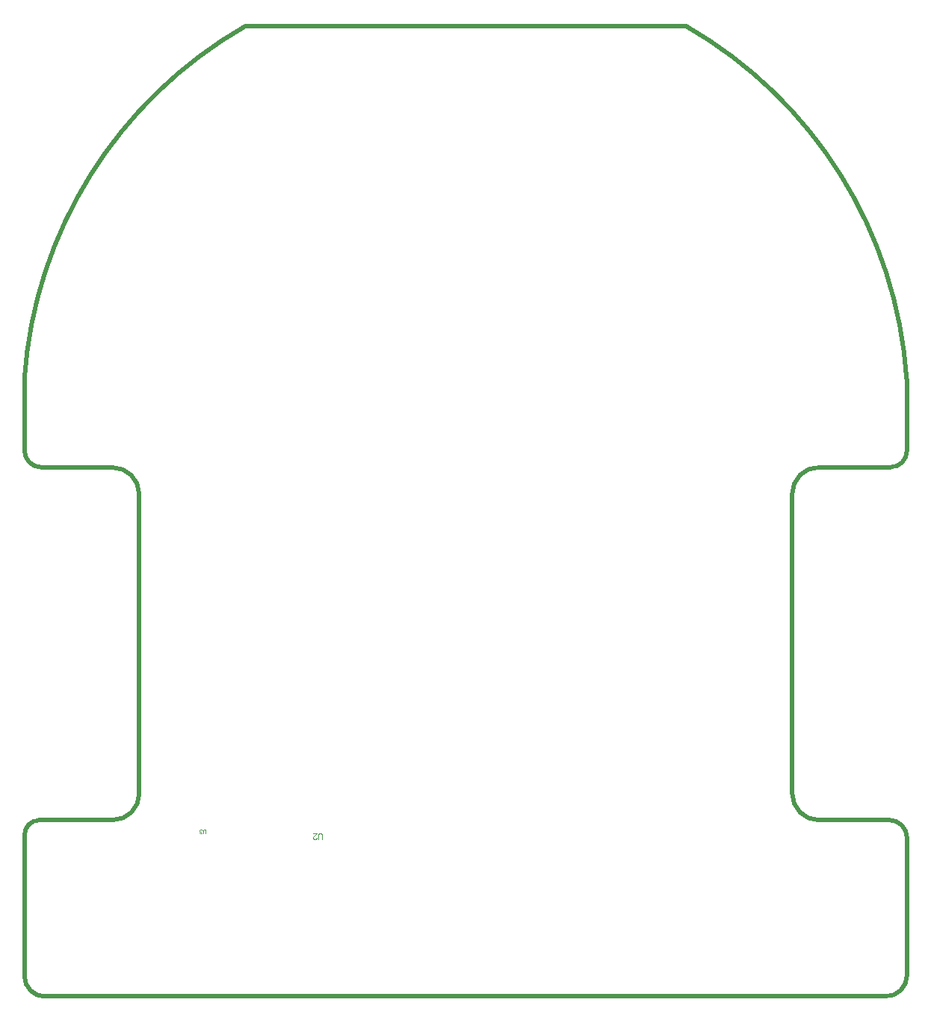
<source format=gm1>
G04*
G04 #@! TF.GenerationSoftware,Altium Limited,Altium Designer,22.1.2 (22)*
G04*
G04 Layer_Color=16711935*
%FSLAX44Y44*%
%MOMM*%
G71*
G04*
G04 #@! TF.SameCoordinates,E4277ABF-2EF0-4229-B20A-5B57AAE43606*
G04*
G04*
G04 #@! TF.FilePolarity,Positive*
G04*
G01*
G75*
%ADD13C,0.1000*%
%ADD98C,0.5000*%
%ADD111C,0.0600*%
D13*
X-163030Y-921458D02*
Y-916460D01*
X-164030Y-915460D01*
X-166029D01*
X-167029Y-916460D01*
Y-921458D01*
X-173027Y-915460D02*
X-169028D01*
X-173027Y-919459D01*
Y-920458D01*
X-172027Y-921458D01*
X-170028D01*
X-169028Y-920458D01*
D98*
X476000Y-1100000D02*
G03*
X500000Y-1076000I0J24000D01*
G01*
Y-920000D02*
G03*
X480000Y-900000I-20000J0D01*
G01*
X481000Y-500000D02*
G03*
X500000Y-481000I0J19000D01*
G01*
X370000Y-870000D02*
G03*
X400000Y-900000I30000J0D01*
G01*
X400000Y-500000D02*
G03*
X370000Y-530000I0J-30000D01*
G01*
X-400000Y-900000D02*
G03*
X-370000Y-870000I0J30000D01*
G01*
X-370045Y-530181D02*
G03*
X-400182Y-500238I-30040J-97D01*
G01*
X-500000Y-1077000D02*
G03*
X-477000Y-1100000I23000J0D01*
G01*
X-483000Y-900000D02*
G03*
X-500000Y-917000I0J-17000D01*
G01*
X-500000Y-481000D02*
G03*
X-480991Y-500009I19009J0D01*
G01*
X-250000Y0D02*
G03*
X-500118Y-400000I248742J-433736D01*
G01*
X499607Y-400026D02*
G03*
X250000Y0I-498883J-33403D01*
G01*
X500000Y-1076000D02*
Y-920000D01*
X-477000Y-1100000D02*
X476000D01*
X400000Y-900000D02*
X480000D01*
X500000Y-481000D02*
Y-400000D01*
X400000Y-500000D02*
X481000D01*
X370000Y-870000D02*
Y-530000D01*
X-370045Y-530181D02*
X-370000Y-870000D01*
X-500000Y-1077000D02*
Y-917000D01*
Y-481000D02*
Y-400000D01*
X-480991Y-500009D02*
X-400182Y-500238D01*
X-483000Y-900000D02*
X-400000D01*
X-250000Y0D02*
X250000D01*
D111*
X-294650Y-915229D02*
Y-911896D01*
X-295317Y-911230D01*
X-296649D01*
X-297316Y-911896D01*
Y-915229D01*
X-298649Y-914562D02*
X-299315Y-915229D01*
X-300648D01*
X-301315Y-914562D01*
Y-913896D01*
X-300648Y-913229D01*
X-299982D01*
X-300648D01*
X-301315Y-912563D01*
Y-911896D01*
X-300648Y-911230D01*
X-299315D01*
X-298649Y-911896D01*
M02*

</source>
